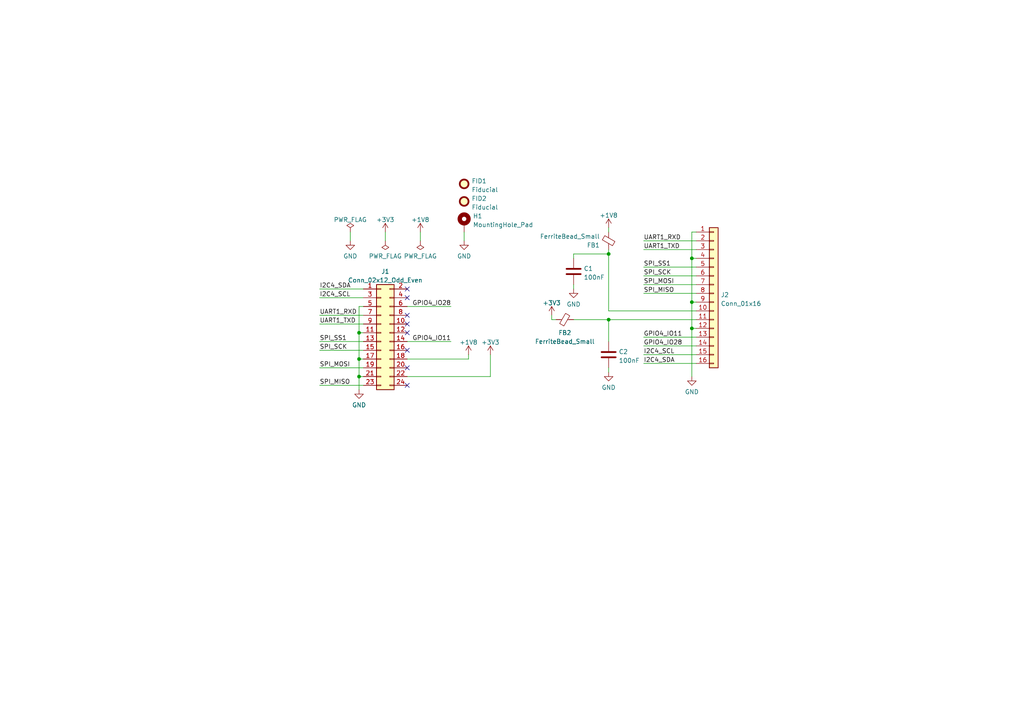
<source format=kicad_sch>
(kicad_sch (version 20230121) (generator eeschema)
  (paper "A4")
  (title_block (title "EXT CON Breakout Board") (date "2023-01-04") (rev "0.6") (company "Purism SPC") (comment 1 "GNU GPLv3+"))
  (lib_symbols
    (symbol "Connector_Generic:Conn_01x16" (pin_names (offset 1.016) hide)
      (property "Reference" "J" (at 0 20.32 0))
      (property "Value" "Conn_01x16" (at 0 -22.86 0))
      (symbol "Conn_01x16_1_1"
        (rectangle (start -1.27 -20.193) (end 0 -20.447) (stroke (width 0.1524)))
        (rectangle (start -1.27 -17.653) (end 0 -17.907) (stroke (width 0.1524)))
        (rectangle (start -1.27 -15.113) (end 0 -15.367) (stroke (width 0.1524)))
        (rectangle (start -1.27 -12.573) (end 0 -12.827) (stroke (width 0.1524)))
        (rectangle (start -1.27 -10.033) (end 0 -10.287) (stroke (width 0.1524)))
        (rectangle (start -1.27 -7.493) (end 0 -7.747) (stroke (width 0.1524)))
        (rectangle (start -1.27 -4.953) (end 0 -5.207) (stroke (width 0.1524)))
        (rectangle (start -1.27 -2.413) (end 0 -2.667) (stroke (width 0.1524)))
        (rectangle (start -1.27 0.127) (end 0 -0.127) (stroke (width 0.1524)))
        (rectangle (start -1.27 2.667) (end 0 2.413) (stroke (width 0.1524)))
        (rectangle (start -1.27 5.207) (end 0 4.953) (stroke (width 0.1524)))
        (rectangle (start -1.27 7.747) (end 0 7.493) (stroke (width 0.1524)))
        (rectangle (start -1.27 10.287) (end 0 10.033) (stroke (width 0.1524)))
        (rectangle (start -1.27 12.827) (end 0 12.573) (stroke (width 0.1524)))
        (rectangle (start -1.27 15.367) (end 0 15.113) (stroke (width 0.1524)))
        (rectangle (start -1.27 17.907) (end 0 17.653) (stroke (width 0.1524)))
        (rectangle (start -1.27 19.05) (end 1.27 -21.59) (stroke (width 0.254)) (fill (type background)))
        (pin passive line (at -5.08 17.78 0) (length 3.81) (name "Pin_1") (number "1"))
        (pin passive line (at -5.08 -5.08 0) (length 3.81) (name "Pin_10") (number "10"))
        (pin passive line (at -5.08 -7.62 0) (length 3.81) (name "Pin_11") (number "11"))
        (pin passive line (at -5.08 -10.16 0) (length 3.81) (name "Pin_12") (number "12"))
        (pin passive line (at -5.08 -12.7 0) (length 3.81) (name "Pin_13") (number "13"))
        (pin passive line (at -5.08 -15.24 0) (length 3.81) (name "Pin_14") (number "14"))
        (pin passive line (at -5.08 -17.78 0) (length 3.81) (name "Pin_15") (number "15"))
        (pin passive line (at -5.08 -20.32 0) (length 3.81) (name "Pin_16") (number "16"))
        (pin passive line (at -5.08 15.24 0) (length 3.81) (name "Pin_2") (number "2"))
        (pin passive line (at -5.08 12.7 0) (length 3.81) (name "Pin_3") (number "3"))
        (pin passive line (at -5.08 10.16 0) (length 3.81) (name "Pin_4") (number "4"))
        (pin passive line (at -5.08 7.62 0) (length 3.81) (name "Pin_5") (number "5"))
        (pin passive line (at -5.08 5.08 0) (length 3.81) (name "Pin_6") (number "6"))
        (pin passive line (at -5.08 2.54 0) (length 3.81) (name "Pin_7") (number "7"))
        (pin passive line (at -5.08 0 0) (length 3.81) (name "Pin_8") (number "8"))
        (pin passive line (at -5.08 -2.54 0) (length 3.81) (name "Pin_9") (number "9"))
      )
    )
    (symbol "Connector_Generic:Conn_02x12_Odd_Even" (pin_names (offset 1.016) hide)
      (property "Reference" "J" (at 1.27 15.24 0))
      (property "Value" "Conn_02x12_Odd_Even" (at 1.27 -17.78 0))
      (symbol "Conn_02x12_Odd_Even_1_1"
        (rectangle (start -1.27 -15.113) (end 0 -15.367) (stroke (width 0.1524)))
        (rectangle (start -1.27 -12.573) (end 0 -12.827) (stroke (width 0.1524)))
        (rectangle (start -1.27 -10.033) (end 0 -10.287) (stroke (width 0.1524)))
        (rectangle (start -1.27 -7.493) (end 0 -7.747) (stroke (width 0.1524)))
        (rectangle (start -1.27 -4.953) (end 0 -5.207) (stroke (width 0.1524)))
        (rectangle (start -1.27 -2.413) (end 0 -2.667) (stroke (width 0.1524)))
        (rectangle (start -1.27 0.127) (end 0 -0.127) (stroke (width 0.1524)))
        (rectangle (start -1.27 2.667) (end 0 2.413) (stroke (width 0.1524)))
        (rectangle (start -1.27 5.207) (end 0 4.953) (stroke (width 0.1524)))
        (rectangle (start -1.27 7.747) (end 0 7.493) (stroke (width 0.1524)))
        (rectangle (start -1.27 10.287) (end 0 10.033) (stroke (width 0.1524)))
        (rectangle (start -1.27 12.827) (end 0 12.573) (stroke (width 0.1524)))
        (rectangle (start -1.27 13.97) (end 3.81 -16.51) (stroke (width 0.254)) (fill (type background)))
        (rectangle (start 3.81 -15.113) (end 2.54 -15.367) (stroke (width 0.1524)))
        (rectangle (start 3.81 -12.573) (end 2.54 -12.827) (stroke (width 0.1524)))
        (rectangle (start 3.81 -10.033) (end 2.54 -10.287) (stroke (width 0.1524)))
        (rectangle (start 3.81 -7.493) (end 2.54 -7.747) (stroke (width 0.1524)))
        (rectangle (start 3.81 -4.953) (end 2.54 -5.207) (stroke (width 0.1524)))
        (rectangle (start 3.81 -2.413) (end 2.54 -2.667) (stroke (width 0.1524)))
        (rectangle (start 3.81 0.127) (end 2.54 -0.127) (stroke (width 0.1524)))
        (rectangle (start 3.81 2.667) (end 2.54 2.413) (stroke (width 0.1524)))
        (rectangle (start 3.81 5.207) (end 2.54 4.953) (stroke (width 0.1524)))
        (rectangle (start 3.81 7.747) (end 2.54 7.493) (stroke (width 0.1524)))
        (rectangle (start 3.81 10.287) (end 2.54 10.033) (stroke (width 0.1524)))
        (rectangle (start 3.81 12.827) (end 2.54 12.573) (stroke (width 0.1524)))
        (pin passive line (at -5.08 12.7 0) (length 3.81) (name "Pin_1") (number "1"))
        (pin passive line (at 7.62 2.54 180) (length 3.81) (name "Pin_10") (number "10"))
        (pin passive line (at -5.08 0 0) (length 3.81) (name "Pin_11") (number "11"))
        (pin passive line (at 7.62 0 180) (length 3.81) (name "Pin_12") (number "12"))
        (pin passive line (at -5.08 -2.54 0) (length 3.81) (name "Pin_13") (number "13"))
        (pin passive line (at 7.62 -2.54 180) (length 3.81) (name "Pin_14") (number "14"))
        (pin passive line (at -5.08 -5.08 0) (length 3.81) (name "Pin_15") (number "15"))
        (pin passive line (at 7.62 -5.08 180) (length 3.81) (name "Pin_16") (number "16"))
        (pin passive line (at -5.08 -7.62 0) (length 3.81) (name "Pin_17") (number "17"))
        (pin passive line (at 7.62 -7.62 180) (length 3.81) (name "Pin_18") (number "18"))
        (pin passive line (at -5.08 -10.16 0) (length 3.81) (name "Pin_19") (number "19"))
        (pin passive line (at 7.62 12.7 180) (length 3.81) (name "Pin_2") (number "2"))
        (pin passive line (at 7.62 -10.16 180) (length 3.81) (name "Pin_20") (number "20"))
        (pin passive line (at -5.08 -12.7 0) (length 3.81) (name "Pin_21") (number "21"))
        (pin passive line (at 7.62 -12.7 180) (length 3.81) (name "Pin_22") (number "22"))
        (pin passive line (at -5.08 -15.24 0) (length 3.81) (name "Pin_23") (number "23"))
        (pin passive line (at 7.62 -15.24 180) (length 3.81) (name "Pin_24") (number "24"))
        (pin passive line (at -5.08 10.16 0) (length 3.81) (name "Pin_3") (number "3"))
        (pin passive line (at 7.62 10.16 180) (length 3.81) (name "Pin_4") (number "4"))
        (pin passive line (at -5.08 7.62 0) (length 3.81) (name "Pin_5") (number "5"))
        (pin passive line (at 7.62 7.62 180) (length 3.81) (name "Pin_6") (number "6"))
        (pin passive line (at -5.08 5.08 0) (length 3.81) (name "Pin_7") (number "7"))
        (pin passive line (at 7.62 5.08 180) (length 3.81) (name "Pin_8") (number "8"))
        (pin passive line (at -5.08 2.54 0) (length 3.81) (name "Pin_9") (number "9"))
      )
    )
    (symbol "Device:C" (pin_numbers hide) (pin_names (offset 0.254))
      (property "Reference" "C" (at 0.635 2.54 0))
      (property "Value" "C" (at 0.635 -2.54 0))
      (symbol "C_0_1"
        (polyline (pts (xy -2.032 -0.762) (xy 2.032 -0.762)) (stroke (width 0.508)))
        (polyline (pts (xy -2.032 0.762) (xy 2.032 0.762)) (stroke (width 0.508)))
      )
      (symbol "C_1_1"
        (pin passive line (at 0 3.81 270) (length 2.794) (name "~") (number "1"))
        (pin passive line (at 0 -3.81 90) (length 2.794) (name "~") (number "2"))
      )
    )
    (symbol "Device:FerriteBead_Small" (pin_numbers hide) (pin_names (offset 0))
      (property "Reference" "FB" (at 1.905 1.27 0))
      (property "Value" "FerriteBead_Small" (at 1.905 -1.27 0))
      (symbol "FerriteBead_Small_0_1"
        (polyline (pts (xy 0 -1.27) (xy 0 -0.7874)))
        (polyline (pts (xy 0 0.889) (xy 0 1.2954)))
        (polyline (pts (xy -1.8288 0.2794) (xy -1.1176 1.4986) (xy 1.8288 -0.2032) (xy 1.1176 -1.4224) (xy -1.8288 0.2794)))
      )
      (symbol "FerriteBead_Small_1_1"
        (pin passive line (at 0 2.54 270) (length 1.27) (name "~") (number "1"))
        (pin passive line (at 0 -2.54 90) (length 1.27) (name "~") (number "2"))
      )
    )
    (symbol "Mechanical:Fiducial"
      (property "Reference" "FID" (at 0 5.08 0))
      (property "Value" "Fiducial" (at 0 3.175 0))
      (symbol "Fiducial_0_1"
        (circle (center 0 0) (radius 1.27) (stroke (width 0.508)) (fill (type background)))
      )
    )
    (symbol "Mechanical:MountingHole_Pad" (pin_numbers hide) (pin_names (offset 1.016) hide)
      (property "Reference" "H" (at 0 6.35 0))
      (property "Value" "MountingHole_Pad" (at 0 4.445 0))
      (symbol "MountingHole_Pad_0_1"
        (circle (center 0 1.27) (radius 1.27) (stroke (width 1.27)))
      )
      (symbol "MountingHole_Pad_1_1"
        (pin input line (at 0 -2.54 90) (length 2.54) (name "1") (number "1"))
      )
    )
    (symbol "power:+1V8" (power) (pin_names (offset 0))
      (property "Value" "+1V8" (at 0 3.556 0))
      (symbol "+1V8_0_1"
        (polyline (pts (xy -0.762 1.27) (xy 0 2.54)))
        (polyline (pts (xy 0 0) (xy 0 2.54)))
        (polyline (pts (xy 0 2.54) (xy 0.762 1.27)))
      )
      (symbol "+1V8_1_1"
        (pin power_in line (at 0 0 90) (length 0) hide (name "+1V8") (number "1"))
      )
    )
    (symbol "power:+3V3" (power) (pin_names (offset 0))
      (property "Value" "+3V3" (at 0 3.556 0))
      (symbol "+3V3_0_1"
        (polyline (pts (xy -0.762 1.27) (xy 0 2.54)))
        (polyline (pts (xy 0 0) (xy 0 2.54)))
        (polyline (pts (xy 0 2.54) (xy 0.762 1.27)))
      )
      (symbol "+3V3_1_1"
        (pin power_in line (at 0 0 90) (length 0) hide (name "+3V3") (number "1"))
      )
    )
    (symbol "power:GND" (power) (pin_names (offset 0))
      (property "Value" "GND" (at 0 -3.81 0))
      (symbol "GND_0_1"
        (polyline (pts (xy 0 0) (xy 0 -1.27) (xy 1.27 -1.27) (xy 0 -2.54) (xy -1.27 -1.27) (xy 0 -1.27)))
      )
      (symbol "GND_1_1"
        (pin power_in line (at 0 0 270) (length 0) hide (name "GND") (number "1"))
      )
    )
    (symbol "power:PWR_FLAG" (power) (pin_numbers hide) (pin_names (offset 0) hide)
      (property "Value" "PWR_FLAG" (at 0 3.81 0))
      (symbol "PWR_FLAG_0_0"
        (pin power_out line (at 0 0 90) (length 0) (name "pwr") (number "1"))
      )
      (symbol "PWR_FLAG_0_1"
        (polyline (pts (xy 0 0) (xy 0 1.27) (xy -1.016 1.905) (xy 0 2.54) (xy 1.016 1.905) (xy 0 1.27)))
      )
    )
  )
  (junction (at 104.14 96.52))
  (junction (at 176.53 92.71))
  (junction (at 200.66 87.63))
  (junction (at 176.53 73.66))
  (junction (at 104.14 104.14))
  (junction (at 104.14 109.22))
  (junction (at 200.66 95.25))
  (junction (at 200.66 74.93))
  (no_connect (at 118.11 111.76))
  (no_connect (at 118.11 106.68))
  (no_connect (at 118.11 93.98))
  (no_connect (at 118.11 83.82))
  (no_connect (at 118.11 91.44))
  (no_connect (at 118.11 86.36))
  (no_connect (at 118.11 96.52))
  (no_connect (at 118.11 101.6))
  (wire (pts (xy 186.69 72.39) (xy 201.93 72.39)))
  (wire (pts (xy 200.66 87.63) (xy 201.93 87.63)))
  (wire (pts (xy 186.69 82.55) (xy 201.93 82.55)))
  (wire (pts (xy 92.71 93.98) (xy 105.41 93.98)))
  (wire (pts (xy 166.37 92.71) (xy 176.53 92.71)))
  (wire (pts (xy 166.37 73.66) (xy 166.37 74.93)))
  (wire (pts (xy 200.66 74.93) (xy 200.66 87.63)))
  (wire (pts (xy 186.69 77.47) (xy 201.93 77.47)))
  (wire (pts (xy 176.53 67.31) (xy 176.53 66.04)))
  (wire (pts (xy 176.53 90.17) (xy 201.93 90.17)))
  (wire (pts (xy 118.11 109.22) (xy 142.24 109.22)))
  (wire (pts (xy 104.14 109.22) (xy 105.41 109.22)))
  (wire (pts (xy 200.66 74.93) (xy 201.93 74.93)))
  (wire (pts (xy 200.66 67.31) (xy 200.66 74.93)))
  (wire (pts (xy 186.69 105.41) (xy 201.93 105.41)))
  (wire (pts (xy 118.11 99.06) (xy 130.81 99.06)))
  (wire (pts (xy 135.89 104.14) (xy 135.89 102.87)))
  (wire (pts (xy 104.14 88.9) (xy 104.14 96.52)))
  (wire (pts (xy 142.24 109.22) (xy 142.24 102.87)))
  (wire (pts (xy 186.69 80.01) (xy 201.93 80.01)))
  (wire (pts (xy 176.53 106.68) (xy 176.53 107.95)))
  (wire (pts (xy 92.71 106.68) (xy 105.41 106.68)))
  (wire (pts (xy 92.71 83.82) (xy 105.41 83.82)))
  (wire (pts (xy 176.53 73.66) (xy 176.53 72.39)))
  (wire (pts (xy 186.69 100.33) (xy 201.93 100.33)))
  (wire (pts (xy 104.14 104.14) (xy 104.14 109.22)))
  (wire (pts (xy 104.14 96.52) (xy 104.14 104.14)))
  (wire (pts (xy 92.71 86.36) (xy 105.41 86.36)))
  (wire (pts (xy 92.71 111.76) (xy 105.41 111.76)))
  (wire (pts (xy 92.71 99.06) (xy 105.41 99.06)))
  (wire (pts (xy 200.66 95.25) (xy 200.66 109.22)))
  (wire (pts (xy 166.37 73.66) (xy 176.53 73.66)))
  (wire (pts (xy 200.66 87.63) (xy 200.66 95.25)))
  (wire (pts (xy 200.66 95.25) (xy 201.93 95.25)))
  (wire (pts (xy 186.69 102.87) (xy 201.93 102.87)))
  (wire (pts (xy 101.6 67.31) (xy 101.6 69.85)))
  (wire (pts (xy 166.37 82.55) (xy 166.37 83.82)))
  (wire (pts (xy 121.92 67.31) (xy 121.92 69.85)))
  (wire (pts (xy 111.76 67.31) (xy 111.76 69.85)))
  (wire (pts (xy 118.11 88.9) (xy 130.81 88.9)))
  (wire (pts (xy 186.69 69.85) (xy 201.93 69.85)))
  (wire (pts (xy 186.69 97.79) (xy 201.93 97.79)))
  (wire (pts (xy 104.14 109.22) (xy 104.14 113.03)))
  (wire (pts (xy 160.02 92.71) (xy 161.29 92.71)))
  (wire (pts (xy 160.02 92.71) (xy 160.02 91.44)))
  (wire (pts (xy 92.71 101.6) (xy 105.41 101.6)))
  (wire (pts (xy 105.41 88.9) (xy 104.14 88.9)))
  (wire (pts (xy 186.69 85.09) (xy 201.93 85.09)))
  (wire (pts (xy 200.66 67.31) (xy 201.93 67.31)))
  (wire (pts (xy 176.53 92.71) (xy 176.53 99.06)))
  (wire (pts (xy 104.14 104.14) (xy 105.41 104.14)))
  (wire (pts (xy 134.62 67.31) (xy 134.62 69.85)))
  (wire (pts (xy 118.11 104.14) (xy 135.89 104.14)))
  (wire (pts (xy 176.53 90.17) (xy 176.53 73.66)))
  (wire (pts (xy 92.71 91.44) (xy 105.41 91.44)))
  (wire (pts (xy 176.53 92.71) (xy 201.93 92.71)))
  (wire (pts (xy 104.14 96.52) (xy 105.41 96.52)))
  (label "SPI_SCK" (at 92.71 101.6 0))
  (label "SPI_MISO" (at 92.71 111.76 0))
  (label "UART1_TXD" (at 186.69 72.39 0))
  (label "I2C4_SDA" (at 92.71 83.82 0))
  (label "UART1_RXD" (at 186.69 69.85 0))
  (label "SPI_SS1" (at 92.71 99.06 0))
  (label "UART1_TXD" (at 92.71 93.98 0))
  (label "SPI_MISO" (at 186.69 85.09 0))
  (label "I2C4_SDA" (at 186.69 105.41 0))
  (label "GPIO4_IO11" (at 186.69 97.79 0))
  (label "SPI_SCK" (at 186.69 80.01 0))
  (label "GPIO4_IO28" (at 130.81 88.9 180))
  (label "SPI_SS1" (at 186.69 77.47 0))
  (label "I2C4_SCL" (at 92.71 86.36 0))
  (label "SPI_MOSI" (at 92.71 106.68 0))
  (label "GPIO4_IO28" (at 186.69 100.33 0))
  (label "GPIO4_IO11" (at 130.81 99.06 180))
  (label "I2C4_SCL" (at 186.69 102.87 0))
  (label "SPI_MOSI" (at 186.69 82.55 0))
  (label "UART1_RXD" (at 92.71 91.44 0))
  (symbol (lib_id "power:GND") (at 104.14 113.03 0) (unit 1)
    (property "Reference" "#PWR0101" (effects hide))
    (property "Value" "GND" (at 104.14 117.4734 0))
  )
  (symbol (lib_id "power:+3V3") (at 111.76 67.31 0) (unit 1)
    (property "Reference" "#PWR0108" (effects hide))
    (property "Value" "+3V3" (at 111.76 63.7342 0))
  )
  (symbol (lib_id "Device:C") (at 176.53 102.87 0) (unit 1)
    (property "Reference" "C2" (at 179.451 102.0353 0) (effects (justify left)))
    (property "Value" "100nF" (at 179.451 104.5722 0) (effects (justify left)))
    (property "Footprint" "Capacitor_SMD:C_0402_1005Metric" (effects hide))
  )
  (symbol (lib_id "power:+3V3") (at 160.02 91.44 0) (unit 1)
    (property "Reference" "#PWR0105" (effects hide))
    (property "Value" "+3V3" (at 160.02 87.8642 0))
  )
  (symbol (lib_id "Mechanical:Fiducial") (at 134.62 53.34 0) (unit 1)
    (property "Reference" "FID1" (at 136.779 52.5053 0) (effects (justify left)))
    (property "Value" "Fiducial" (at 136.779 55.0422 0) (effects (justify left)))
    (property "Footprint" "ext-con-breakout-board:Fiducial_0.5mm_Mask1mm" (effects hide))
  )
  (symbol (lib_id "power:+1V8") (at 135.89 102.87 0) (unit 1)
    (property "Reference" "#PWR0102" (effects hide))
    (property "Value" "+1V8" (at 135.89 99.2942 0))
  )
  (symbol (lib_id "power:GND") (at 166.37 83.82 0) (unit 1)
    (property "Reference" "#PWR0112" (effects hide))
    (property "Value" "GND" (at 166.37 88.2634 0))
  )
  (symbol (lib_id "power:+1V8") (at 121.92 67.31 0) (unit 1)
    (property "Reference" "#PWR0109" (effects hide))
    (property "Value" "+1V8" (at 121.92 63.7342 0))
  )
  (symbol (lib_id "power:PWR_FLAG") (at 101.6 67.31 0) (unit 1)
    (property "Reference" "#FLG0102" (effects hide))
    (property "Value" "PWR_FLAG" (at 101.6 63.7342 0))
  )
  (symbol (lib_id "power:GND") (at 200.66 109.22 0) (unit 1)
    (property "Reference" "#PWR0104" (effects hide))
    (property "Value" "GND" (at 200.66 113.6634 0))
  )
  (symbol (lib_id "power:+1V8") (at 176.53 66.04 0) (unit 1)
    (property "Reference" "#PWR0106" (effects hide))
    (property "Value" "+1V8" (at 176.53 62.4642 0))
  )
  (symbol (lib_id "Mechanical:Fiducial") (at 134.62 58.42 0) (unit 1)
    (property "Reference" "FID2" (at 136.779 57.5853 0) (effects (justify left)))
    (property "Value" "Fiducial" (at 136.779 60.1222 0) (effects (justify left)))
    (property "Footprint" "ext-con-breakout-board:Fiducial_0.5mm_Mask1mm" (effects hide))
  )
  (symbol (lib_id "power:GND") (at 176.53 107.95 0) (unit 1)
    (property "Reference" "#PWR0114" (effects hide))
    (property "Value" "GND" (at 176.53 112.3934 0))
  )
  (symbol (lib_id "power:GND") (at 101.6 69.85 0) (unit 1)
    (property "Reference" "#PWR0107" (effects hide))
    (property "Value" "GND" (at 101.6 74.2934 0))
  )
  (symbol (lib_id "Device:FerriteBead_Small") (at 176.53 69.85 0) (unit 1)
    (property "Reference" "FB1" (at 173.99 71.12 0) (effects (justify right)))
    (property "Value" "FerriteBead_Small" (at 173.99 68.58 0) (effects (justify right)))
    (property "Footprint" "Inductor_SMD:L_0402_1005Metric" (effects hide))
  )
  (symbol (lib_id "power:PWR_FLAG") (at 111.76 69.85 180) (unit 1)
    (property "Reference" "#FLG0101" (effects hide))
    (property "Value" "PWR_FLAG" (at 111.76 74.2934 0))
  )
  (symbol (lib_id "power:GND") (at 134.62 69.85 0) (unit 1)
    (property "Reference" "#PWR0110" (effects hide))
    (property "Value" "GND" (at 134.62 74.2934 0))
  )
  (symbol (lib_id "power:PWR_FLAG") (at 121.92 69.85 180) (unit 1)
    (property "Reference" "#FLG0103" (effects hide))
    (property "Value" "PWR_FLAG" (at 121.92 74.2934 0))
  )
  (symbol (lib_id "Device:FerriteBead_Small") (at 163.83 92.71 90) (unit 1)
    (property "Reference" "FB2" (at 163.83 96.52 90))
    (property "Value" "FerriteBead_Small" (at 163.83 99.06 90))
    (property "Footprint" "Inductor_SMD:L_0402_1005Metric" (effects hide))
  )
  (symbol (lib_id "Connector_Generic:Conn_01x16") (at 207.01 85.09 0) (unit 1)
    (property "Reference" "J2" (at 209.042 85.5253 0) (effects (justify left)))
    (property "Value" "Conn_01x16" (at 209.042 88.0622 0) (effects (justify left)))
    (property "Footprint" "Connector_PinHeader_2.54mm:PinHeader_1x16_P2.54mm_Vertical" (effects hide))
  )
  (symbol (lib_id "Mechanical:MountingHole_Pad") (at 134.62 64.77 0) (unit 1)
    (property "Reference" "H1" (at 137.16 62.6653 0) (effects (justify left)))
    (property "Value" "MountingHole_Pad" (at 137.16 65.2022 0) (effects (justify left)))
    (property "Footprint" "ext-con-breakout-board:MountingHole_1.7mm_M1.4_Pad" (effects hide))
  )
  (symbol (lib_id "Device:C") (at 166.37 78.74 0) (unit 1)
    (property "Reference" "C1" (at 169.291 77.9053 0) (effects (justify left)))
    (property "Value" "100nF" (at 169.291 80.4422 0) (effects (justify left)))
    (property "Footprint" "Capacitor_SMD:C_0402_1005Metric" (effects hide))
  )
  (symbol (lib_id "power:+3V3") (at 142.24 102.87 0) (unit 1)
    (property "Reference" "#PWR0103" (effects hide))
    (property "Value" "+3V3" (at 142.24 99.2942 0))
  )
  (symbol (lib_id "Connector_Generic:Conn_02x12_Odd_Even") (at 110.49 96.52 0) (unit 1)
    (property "Reference" "J1" (at 111.76 78.74 0))
    (property "Value" "Conn_02x12_Odd_Even" (at 111.76 81.28 0))
    (property "Footprint" "ext-con-breakout-board:AXT624124" (effects hide))
    (property "MFG Name" "Panasonic" (effects hide))
    (property "MFG Part Num" "AXT624124" (effects hide))
    (property "Distrib Link" "https://www.digikey.com/en/products/detail/panasonic-electric-works/AXT624124/1986596" (effects hide))
    (property "Tolerance" "-" (effects hide))
    (property "Others" "https://octopart.com/search?q=AXT624124&currency=USD&specs=0" (effects hide))
  )
)
</source>
